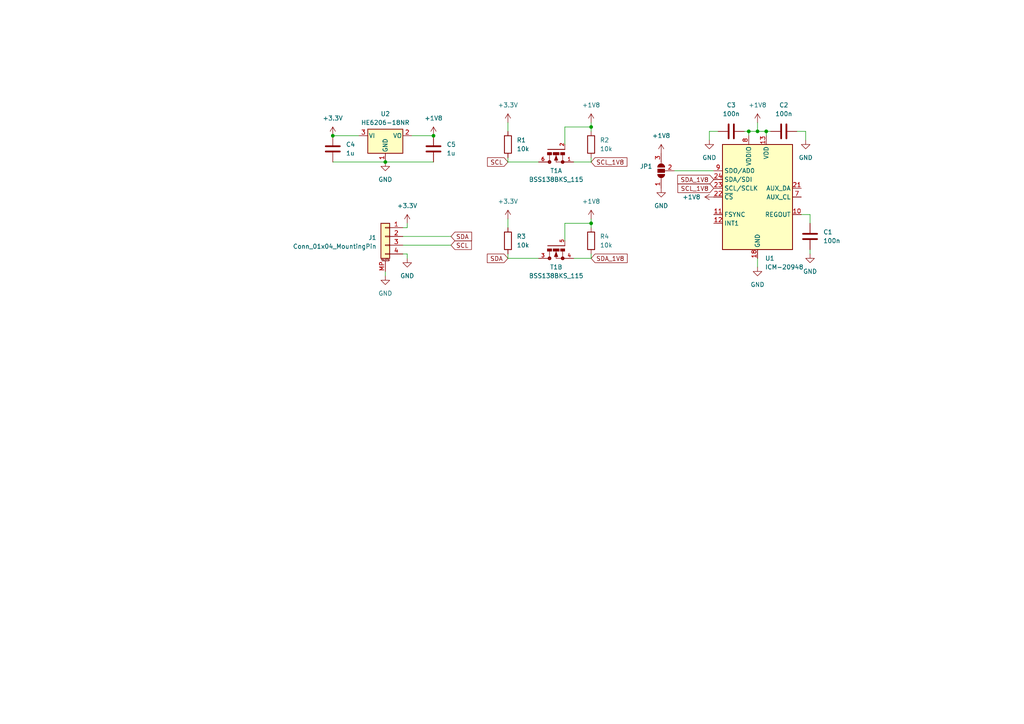
<source format=kicad_sch>
(kicad_sch (version 20230121) (generator eeschema)
  (paper "A4")
  (lib_symbols
    (symbol "BSS138BKS_115:BSS138BKS_115" (pin_names (offset 1.016))
      (property "Reference" "T" (at 1.2722 0 0))
      (property "Value" "BSS138BKS_115" (at 1.2716 -2.5432 0))
      (symbol "BSS138BKS_115_1_0"
        (rectangle (start -2.7984 -0.8904) (end -2.032 0.889) (stroke (width 0.1)) (fill (type outline)))
        (rectangle (start -2.7973 1.2715) (end -2.032 2.54) (stroke (width 0.1)) (fill (type outline)))
        (rectangle (start -2.7948 -2.5407) (end -2.032 -1.27) (stroke (width 0.1)) (fill (type outline)))
        (circle (center 0 -1.905) (radius 0.127) (stroke (width 0.4064)))
        (polyline (pts (xy -3.6576 -2.54) (xy -5.08 -2.54)) (stroke (width 0.1524)))
        (polyline (pts (xy -3.6576 2.413) (xy -3.6576 -2.54)) (stroke (width 0.254)))
        (polyline (pts (xy -2.032 -1.905) (xy 0 -1.905)) (stroke (width 0.1524)))
        (polyline (pts (xy -1.778 0) (xy -0.508 -0.508)) (stroke (width 0.1524)))
        (polyline (pts (xy -1.524 0) (xy -0.635 -0.254)) (stroke (width 0.3048)))
        (polyline (pts (xy -1.397 0) (xy -2.286 0)) (stroke (width 0.1524)))
        (polyline (pts (xy -0.635 -0.254) (xy -0.635 0)) (stroke (width 0.3048)))
        (polyline (pts (xy -0.635 0) (xy -0.889 0)) (stroke (width 0.3048)))
        (polyline (pts (xy -0.635 0) (xy 0 0)) (stroke (width 0.1524)))
        (polyline (pts (xy -0.635 0.254) (xy -1.524 0)) (stroke (width 0.3048)))
        (polyline (pts (xy -0.508 -0.508) (xy -0.508 0.508)) (stroke (width 0.1524)))
        (polyline (pts (xy -0.508 0.508) (xy -1.778 0)) (stroke (width 0.1524)))
        (polyline (pts (xy 0 -1.905) (xy 0 -2.54)) (stroke (width 0.1524)))
        (polyline (pts (xy 0 0) (xy 0 -1.905)) (stroke (width 0.1524)))
        (polyline (pts (xy 0 1.905) (xy -2.0066 1.905)) (stroke (width 0.1524)))
        (polyline (pts (xy 0 2.54) (xy 0 1.905)) (stroke (width 0.1524)))
        (circle (center 0 1.905) (radius 0.127) (stroke (width 0.4064)))
        (pin passive line (at 0 -5.08 90) (length 2.54) (name "~") (number "1"))
        (pin passive line (at -5.08 -2.54 0) (length 0) (name "~") (number "2"))
        (pin passive line (at 0 5.08 270) (length 2.54) (name "~") (number "6"))
      )
      (symbol "BSS138BKS_115_2_0"
        (rectangle (start -2.7984 -0.8904) (end -2.032 0.889) (stroke (width 0.1)) (fill (type outline)))
        (rectangle (start -2.7973 1.2715) (end -2.032 2.54) (stroke (width 0.1)) (fill (type outline)))
        (rectangle (start -2.7948 -2.5407) (end -2.032 -1.27) (stroke (width 0.1)) (fill (type outline)))
        (circle (center 0 -1.905) (radius 0.127) (stroke (width 0.4064)))
        (polyline (pts (xy -3.6576 -2.54) (xy -5.08 -2.54)) (stroke (width 0.1524)))
        (polyline (pts (xy -3.6576 2.413) (xy -3.6576 -2.54)) (stroke (width 0.254)))
        (polyline (pts (xy -2.032 -1.905) (xy 0 -1.905)) (stroke (width 0.1524)))
        (polyline (pts (xy -1.778 0) (xy -0.508 -0.508)) (stroke (width 0.1524)))
        (polyline (pts (xy -1.524 0) (xy -0.635 -0.254)) (stroke (width 0.3048)))
        (polyline (pts (xy -1.397 0) (xy -2.286 0)) (stroke (width 0.1524)))
        (polyline (pts (xy -0.635 -0.254) (xy -0.635 0)) (stroke (width 0.3048)))
        (polyline (pts (xy -0.635 0) (xy -0.889 0)) (stroke (width 0.3048)))
        (polyline (pts (xy -0.635 0) (xy 0 0)) (stroke (width 0.1524)))
        (polyline (pts (xy -0.635 0.254) (xy -1.524 0)) (stroke (width 0.3048)))
        (polyline (pts (xy -0.508 -0.508) (xy -0.508 0.508)) (stroke (width 0.1524)))
        (polyline (pts (xy -0.508 0.508) (xy -1.778 0)) (stroke (width 0.1524)))
        (polyline (pts (xy 0 -1.905) (xy 0 -2.54)) (stroke (width 0.1524)))
        (polyline (pts (xy 0 0) (xy 0 -1.905)) (stroke (width 0.1524)))
        (polyline (pts (xy 0 1.905) (xy -2.0066 1.905)) (stroke (width 0.1524)))
        (polyline (pts (xy 0 2.54) (xy 0 1.905)) (stroke (width 0.1524)))
        (circle (center 0 1.905) (radius 0.127) (stroke (width 0.4064)))
        (pin passive line (at 0 5.08 270) (length 2.54) (name "~") (number "3"))
        (pin passive line (at 0 -5.08 90) (length 2.54) (name "~") (number "4"))
        (pin passive line (at -5.08 -2.54 0) (length 0) (name "~") (number "5"))
      )
    )
    (symbol "Connector_Generic_MountingPin:Conn_01x04_MountingPin" (pin_names (offset 1.016) hide)
      (property "Reference" "J" (at 0 5.08 0))
      (property "Value" "Conn_01x04_MountingPin" (at 1.27 -7.62 0))
      (symbol "Conn_01x04_MountingPin_1_1"
        (rectangle (start -1.27 -4.953) (end 0 -5.207) (stroke (width 0.1524)))
        (rectangle (start -1.27 -2.413) (end 0 -2.667) (stroke (width 0.1524)))
        (rectangle (start -1.27 0.127) (end 0 -0.127) (stroke (width 0.1524)))
        (rectangle (start -1.27 2.667) (end 0 2.413) (stroke (width 0.1524)))
        (rectangle (start -1.27 3.81) (end 1.27 -6.35) (stroke (width 0.254)) (fill (type background)))
        (polyline (pts (xy -1.016 -7.112) (xy 1.016 -7.112)) (stroke (width 0.1524)))
        (text "Mounting" (at 0 -6.731 0) (effects (font (size 0.381 0.381))))
        (pin passive line (at -5.08 2.54 0) (length 3.81) (name "Pin_1") (number "1"))
        (pin passive line (at -5.08 0 0) (length 3.81) (name "Pin_2") (number "2"))
        (pin passive line (at -5.08 -2.54 0) (length 3.81) (name "Pin_3") (number "3"))
        (pin passive line (at -5.08 -5.08 0) (length 3.81) (name "Pin_4") (number "4"))
        (pin passive line (at 0 -10.16 90) (length 3.048) (name "MountPin") (number "MP"))
      )
    )
    (symbol "Device:C" (pin_numbers hide) (pin_names (offset 0.254))
      (property "Reference" "C" (at 0.635 2.54 0))
      (property "Value" "C" (at 0.635 -2.54 0))
      (symbol "C_0_1"
        (polyline (pts (xy -2.032 -0.762) (xy 2.032 -0.762)) (stroke (width 0.508)))
        (polyline (pts (xy -2.032 0.762) (xy 2.032 0.762)) (stroke (width 0.508)))
      )
      (symbol "C_1_1"
        (pin passive line (at 0 3.81 270) (length 2.794) (name "~") (number "1"))
        (pin passive line (at 0 -3.81 90) (length 2.794) (name "~") (number "2"))
      )
    )
    (symbol "Device:R" (pin_numbers hide) (pin_names (offset 0))
      (property "Reference" "R" (at 2.032 0 90))
      (property "Value" "R" (at 0 0 90))
      (symbol "R_0_1"
        (rectangle (start -1.016 -2.54) (end 1.016 2.54) (stroke (width 0.254)))
      )
      (symbol "R_1_1"
        (pin passive line (at 0 3.81 270) (length 1.27) (name "~") (number "1"))
        (pin passive line (at 0 -3.81 90) (length 1.27) (name "~") (number "2"))
      )
    )
    (symbol "Jumper:SolderJumper_3_Open" (pin_names (offset 0) hide)
      (property "Reference" "JP" (at -2.54 -2.54 0))
      (property "Value" "SolderJumper_3_Open" (at 0 2.794 0))
      (symbol "SolderJumper_3_Open_0_1"
        (arc (start -1.016 1.016) (mid -2.0276 0) (end -1.016 -1.016))
        (arc (start -1.016 1.016) (mid -2.0276 0) (end -1.016 -1.016) (fill (type outline)))
        (rectangle (start -0.508 1.016) (end 0.508 -1.016) (fill (type outline)))
        (polyline (pts (xy -2.54 0) (xy -2.032 0)))
        (polyline (pts (xy -1.016 1.016) (xy -1.016 -1.016)))
        (polyline (pts (xy 0 -1.27) (xy 0 -1.016)))
        (polyline (pts (xy 1.016 1.016) (xy 1.016 -1.016)))
        (polyline (pts (xy 2.54 0) (xy 2.032 0)))
        (arc (start 1.016 -1.016) (mid 2.0276 0) (end 1.016 1.016))
        (arc (start 1.016 -1.016) (mid 2.0276 0) (end 1.016 1.016) (fill (type outline)))
      )
      (symbol "SolderJumper_3_Open_1_1"
        (pin passive line (at -5.08 0 0) (length 2.54) (name "A") (number "1"))
        (pin passive line (at 0 -3.81 90) (length 2.54) (name "C") (number "2"))
        (pin passive line (at 5.08 0 180) (length 2.54) (name "B") (number "3"))
      )
    )
    (symbol "Regulator_Linear:XC6206PxxxMR" (pin_names (offset 0.254))
      (property "Reference" "U" (at -3.81 3.175 0))
      (property "Value" "XC6206PxxxMR" (at 0 3.175 0))
      (symbol "XC6206PxxxMR_0_1"
        (rectangle (start -5.08 1.905) (end 5.08 -5.08) (stroke (width 0.254)) (fill (type background)))
      )
      (symbol "XC6206PxxxMR_1_1"
        (pin power_in line (at 0 -7.62 90) (length 2.54) (name "GND") (number "1"))
        (pin power_out line (at 7.62 0 180) (length 2.54) (name "VO") (number "2"))
        (pin power_in line (at -7.62 0 0) (length 2.54) (name "VI") (number "3"))
      )
    )
    (symbol "Sensor_Motion:ICM-20948"
      (property "Reference" "U" (at -11.43 16.51 0))
      (property "Value" "ICM-20948" (at 7.62 -16.51 0))
      (symbol "ICM-20948_0_1"
        (rectangle (start -10.16 15.24) (end 10.16 -15.24) (stroke (width 0.254)) (fill (type background)))
      )
      (symbol "ICM-20948_1_1"
        (pin no_connect line (at -10.16 12.7 0) (length 2.54) hide (name "NC") (number "1"))
        (pin passive line (at 12.7 -5.08 180) (length 2.54) (name "REGOUT") (number "10"))
        (pin input line (at -12.7 -5.08 0) (length 2.54) (name "FSYNC") (number "11"))
        (pin output line (at -12.7 -7.62 0) (length 2.54) (name "INT1") (number "12"))
        (pin power_in line (at 2.54 17.78 270) (length 2.54) (name "VDD") (number "13"))
        (pin no_connect line (at 10.16 7.62 180) (length 2.54) hide (name "NC") (number "14"))
        (pin no_connect line (at 10.16 5.08 180) (length 2.54) hide (name "NC") (number "15"))
        (pin no_connect line (at 10.16 -7.62 180) (length 2.54) hide (name "NC") (number "16"))
        (pin no_connect line (at 10.16 -10.16 180) (length 2.54) hide (name "NC") (number "17"))
        (pin power_in line (at 0 -17.78 90) (length 2.54) (name "GND") (number "18"))
        (pin no_connect line (at 10.16 -12.7 180) (length 2.54) hide (name "RESV") (number "19"))
        (pin no_connect line (at -10.16 10.16 0) (length 2.54) hide (name "NC") (number "2"))
        (pin passive line (at 0 -17.78 90) (length 2.54) hide (name "GND") (number "20"))
        (pin bidirectional line (at 12.7 2.54 180) (length 2.54) (name "AUX_DA") (number "21"))
        (pin input line (at -12.7 0 0) (length 2.54) (name "~{CS}") (number "22"))
        (pin input line (at -12.7 2.54 0) (length 2.54) (name "SCL/SCLK") (number "23"))
        (pin bidirectional line (at -12.7 5.08 0) (length 2.54) (name "SDA/SDI") (number "24"))
        (pin no_connect line (at -10.16 -2.54 0) (length 2.54) hide (name "NC") (number "3"))
        (pin no_connect line (at -10.16 -10.16 0) (length 2.54) hide (name "NC") (number "4"))
        (pin no_connect line (at -10.16 -12.7 0) (length 2.54) hide (name "NC") (number "5"))
        (pin no_connect line (at 10.16 10.16 180) (length 2.54) hide (name "NC") (number "6"))
        (pin output line (at 12.7 0 180) (length 2.54) (name "AUX_CL") (number "7"))
        (pin power_in line (at -2.54 17.78 270) (length 2.54) (name "VDDIO") (number "8"))
        (pin bidirectional line (at -12.7 7.62 0) (length 2.54) (name "SDO/AD0") (number "9"))
      )
    )
    (symbol "power:+1V8" (power) (pin_names (offset 0))
      (property "Value" "+1V8" (at 0 3.556 0))
      (symbol "+1V8_0_1"
        (polyline (pts (xy -0.762 1.27) (xy 0 2.54)))
        (polyline (pts (xy 0 0) (xy 0 2.54)))
        (polyline (pts (xy 0 2.54) (xy 0.762 1.27)))
      )
      (symbol "+1V8_1_1"
        (pin power_in line (at 0 0 90) (length 0) hide (name "+1V8") (number "1"))
      )
    )
    (symbol "power:+3.3V" (power) (pin_names (offset 0))
      (property "Value" "+3.3V" (at 0 3.556 0))
      (symbol "+3.3V_0_1"
        (polyline (pts (xy -0.762 1.27) (xy 0 2.54)))
        (polyline (pts (xy 0 0) (xy 0 2.54)))
        (polyline (pts (xy 0 2.54) (xy 0.762 1.27)))
      )
      (symbol "+3.3V_1_1"
        (pin power_in line (at 0 0 90) (length 0) hide (name "+3.3V") (number "1"))
      )
    )
    (symbol "power:GND" (power) (pin_names (offset 0))
      (property "Value" "GND" (at 0 -3.81 0))
      (symbol "GND_0_1"
        (polyline (pts (xy 0 0) (xy 0 -1.27) (xy 1.27 -1.27) (xy 0 -2.54) (xy -1.27 -1.27) (xy 0 -1.27)))
      )
      (symbol "GND_1_1"
        (pin power_in line (at 0 0 270) (length 0) hide (name "GND") (number "1"))
      )
    )
  )
  (junction (at 217.17 38.1))
  (junction (at 222.25 38.1))
  (junction (at 125.73 39.37))
  (junction (at 96.52 39.37))
  (junction (at 171.45 36.83))
  (junction (at 171.45 64.77))
  (junction (at 219.71 38.1))
  (junction (at 111.76 46.99))
  (wire (pts (xy 232.41 62.23) (xy 234.95 62.23)))
  (wire (pts (xy 171.45 45.72) (xy 171.45 46.99)))
  (wire (pts (xy 163.83 41.91) (xy 163.83 36.83)))
  (wire (pts (xy 217.17 38.1) (xy 219.71 38.1)))
  (wire (pts (xy 147.32 73.66) (xy 147.32 74.93)))
  (wire (pts (xy 166.37 74.93) (xy 171.45 74.93)))
  (wire (pts (xy 118.11 73.66) (xy 118.11 74.93)))
  (wire (pts (xy 217.17 38.1) (xy 217.17 39.37)))
  (wire (pts (xy 116.84 68.58) (xy 130.81 68.58)))
  (wire (pts (xy 234.95 72.39) (xy 234.95 73.66)))
  (wire (pts (xy 195.58 49.53) (xy 207.01 49.53)))
  (wire (pts (xy 147.32 46.99) (xy 156.21 46.99)))
  (wire (pts (xy 219.71 38.1) (xy 222.25 38.1)))
  (wire (pts (xy 219.71 74.93) (xy 219.71 77.47)))
  (wire (pts (xy 231.14 38.1) (xy 233.68 38.1)))
  (wire (pts (xy 219.71 35.56) (xy 219.71 38.1)))
  (wire (pts (xy 233.68 38.1) (xy 233.68 40.64)))
  (wire (pts (xy 147.32 74.93) (xy 156.21 74.93)))
  (wire (pts (xy 163.83 36.83) (xy 171.45 36.83)))
  (wire (pts (xy 118.11 66.04) (xy 118.11 64.77)))
  (wire (pts (xy 222.25 38.1) (xy 222.25 39.37)))
  (wire (pts (xy 171.45 64.77) (xy 171.45 66.04)))
  (wire (pts (xy 119.38 39.37) (xy 125.73 39.37)))
  (wire (pts (xy 147.32 35.56) (xy 147.32 38.1)))
  (wire (pts (xy 96.52 39.37) (xy 104.14 39.37)))
  (wire (pts (xy 116.84 73.66) (xy 118.11 73.66)))
  (wire (pts (xy 116.84 66.04) (xy 118.11 66.04)))
  (wire (pts (xy 116.84 71.12) (xy 130.81 71.12)))
  (wire (pts (xy 163.83 64.77) (xy 171.45 64.77)))
  (wire (pts (xy 222.25 38.1) (xy 223.52 38.1)))
  (wire (pts (xy 171.45 63.5) (xy 171.45 64.77)))
  (wire (pts (xy 111.76 46.99) (xy 125.73 46.99)))
  (wire (pts (xy 171.45 73.66) (xy 171.45 74.93)))
  (wire (pts (xy 163.83 69.85) (xy 163.83 64.77)))
  (wire (pts (xy 234.95 62.23) (xy 234.95 64.77)))
  (wire (pts (xy 215.9 38.1) (xy 217.17 38.1)))
  (wire (pts (xy 111.76 78.74) (xy 111.76 80.01)))
  (wire (pts (xy 147.32 45.72) (xy 147.32 46.99)))
  (wire (pts (xy 171.45 35.56) (xy 171.45 36.83)))
  (wire (pts (xy 166.37 46.99) (xy 171.45 46.99)))
  (wire (pts (xy 208.28 38.1) (xy 205.74 38.1)))
  (wire (pts (xy 205.74 38.1) (xy 205.74 40.64)))
  (wire (pts (xy 147.32 63.5) (xy 147.32 66.04)))
  (wire (pts (xy 171.45 36.83) (xy 171.45 38.1)))
  (wire (pts (xy 96.52 46.99) (xy 111.76 46.99)))
  (global_label "SCL_1V8" (shape input) (at 207.01 54.61 180) (property "Intersheetrefs" "${INTERSHEET_REFS}" (effects hide)))
  (global_label "SCL" (shape input) (at 130.81 71.12 0) (property "Intersheetrefs" "${INTERSHEET_REFS}" (effects hide)))
  (global_label "SDA_1V8" (shape input) (at 207.01 52.07 180) (property "Intersheetrefs" "${INTERSHEET_REFS}" (effects hide)))
  (global_label "SDA_1V8" (shape input) (at 171.45 74.93 0) (property "Intersheetrefs" "${INTERSHEET_REFS}" (effects hide)))
  (global_label "SCL_1V8" (shape input) (at 171.45 46.99 0) (property "Intersheetrefs" "${INTERSHEET_REFS}" (effects hide)))
  (global_label "SDA" (shape input) (at 147.32 74.93 180) (property "Intersheetrefs" "${INTERSHEET_REFS}" (effects hide)))
  (global_label "SDA" (shape input) (at 130.81 68.58 0) (property "Intersheetrefs" "${INTERSHEET_REFS}" (effects hide)))
  (global_label "SCL" (shape input) (at 147.32 46.99 180) (property "Intersheetrefs" "${INTERSHEET_REFS}" (effects hide)))
  (symbol (lib_id "Regulator_Linear:XC6206PxxxMR") (at 111.76 39.37 0) (unit 1)
    (property "Reference" "U2" (at 111.76 33.02 0))
    (property "Value" "HE6206-18NR" (at 111.76 35.56 0))
    (property "Footprint" "Package_TO_SOT_SMD:SOT-23-3" (effects hide))
    (property "Datasheet" "https://www.torexsemi.com/file/xc6206/XC6206.pdf" (effects hide))
  )
  (symbol (lib_id "BSS138BKS_115:BSS138BKS_115") (at 161.29 74.93 90) (mirror x) (unit 2)
    (property "Reference" "T1" (at 161.3154 77.47 90))
    (property "Value" "BSS138BKS_115" (at 161.3154 80.01 90))
    (property "Footprint" "footprints:SOT363" (effects hide))
    (property "MF" "Nexperia USA Inc." (effects hide))
    (property "Description" "\nMosfet Array 2 N-Channel (Dual) 60V 320mA 445mW Surface Mount 6-TSSOP\n" (effects hide))
    (property "Package" "None" (effects hide))
    (property "Price" "None" (effects hide))
    (property "SnapEDA_Link" "https://www.snapeda.com/parts/BSS138BKS,115/Nexperia/view-part/?ref=snap" (effects hide))
    (property "MP" "BSS138BKS,115" (effects hide))
    (property "Availability" "In Stock" (effects hide))
    (property "Check_prices" "https://www.snapeda.com/parts/BSS138BKS,115/Nexperia/view-part/?ref=eda" (effects hide))
  )
  (symbol (lib_id "Device:R") (at 171.45 69.85 0) (unit 1)
    (property "Reference" "R4" (at 173.99 68.58 0) (effects (justify left)))
    (property "Value" "10k" (at 173.99 71.12 0) (effects (justify left)))
    (property "Footprint" "Resistor_SMD:R_0201_0603Metric" (effects hide))
  )
  (symbol (lib_id "Device:R") (at 147.32 69.85 0) (unit 1)
    (property "Reference" "R3" (at 149.86 68.58 0) (effects (justify left)))
    (property "Value" "10k" (at 149.86 71.12 0) (effects (justify left)))
    (property "Footprint" "Resistor_SMD:R_0201_0603Metric" (effects hide))
  )
  (symbol (lib_id "power:GND") (at 233.68 40.64 0) (unit 1)
    (property "Reference" "#PWR04" (effects hide))
    (property "Value" "GND" (at 233.68 45.72 0))
  )
  (symbol (lib_id "power:+3.3V") (at 118.11 64.77 0) (unit 1)
    (property "Reference" "#PWR02" (effects hide))
    (property "Value" "+3.3V" (at 118.11 59.69 0))
  )
  (symbol (lib_id "power:GND") (at 219.71 77.47 0) (unit 1)
    (property "Reference" "#PWR09" (effects hide))
    (property "Value" "GND" (at 219.71 82.55 0))
  )
  (symbol (lib_id "power:GND") (at 111.76 46.99 0) (mirror y) (unit 1)
    (property "Reference" "#PWR015" (effects hide))
    (property "Value" "GND" (at 111.76 52.07 0))
  )
  (symbol (lib_id "power:+3.3V") (at 147.32 35.56 0) (unit 1)
    (property "Reference" "#PWR014" (effects hide))
    (property "Value" "+3.3V" (at 147.32 30.48 0))
  )
  (symbol (lib_id "power:+1V8") (at 125.73 39.37 0) (unit 1)
    (property "Reference" "#PWR017" (effects hide))
    (property "Value" "+1V8" (at 125.73 34.29 0))
  )
  (symbol (lib_id "Device:C") (at 212.09 38.1 90) (unit 1)
    (property "Reference" "C3" (at 212.09 30.48 90))
    (property "Value" "100n" (at 212.09 33.02 90))
    (property "Footprint" "Capacitor_SMD:C_0201_0603Metric" (effects hide))
  )
  (symbol (lib_id "Sensor_Motion:ICM-20948") (at 219.71 57.15 0) (unit 1)
    (property "Reference" "U1" (at 221.9041 74.93 0) (effects (justify left)))
    (property "Value" "ICM-20948" (at 221.9041 77.47 0) (effects (justify left)))
    (property "Footprint" "Sensor_Motion:InvenSense_QFN-24_3x3mm_P0.4mm" (effects hide))
    (property "Datasheet" "http://www.invensense.com/wp-content/uploads/2016/06/DS-000189-ICM-20948-v1.3.pdf" (effects hide))
  )
  (symbol (lib_id "Device:R") (at 147.32 41.91 0) (unit 1)
    (property "Reference" "R1" (at 149.86 40.64 0) (effects (justify left)))
    (property "Value" "10k" (at 149.86 43.18 0) (effects (justify left)))
    (property "Footprint" "Resistor_SMD:R_0201_0603Metric" (effects hide))
  )
  (symbol (lib_id "power:+1V8") (at 171.45 35.56 0) (unit 1)
    (property "Reference" "#PWR06" (effects hide))
    (property "Value" "+1V8" (at 171.45 30.48 0))
  )
  (symbol (lib_id "Jumper:SolderJumper_3_Open") (at 191.77 49.53 90) (unit 1)
    (property "Reference" "JP1" (at 189.23 48.26 90) (effects (justify left)))
    (property "Value" "SolderJumper_3_Open" (effects hide))
    (property "Footprint" "footprints:Micro_Solder_Jumper" (effects hide))
  )
  (symbol (lib_id "power:+1V8") (at 191.77 44.45 0) (unit 1)
    (property "Reference" "#PWR08" (effects hide))
    (property "Value" "+1V8" (at 191.77 39.37 0))
  )
  (symbol (lib_id "Connector_Generic_MountingPin:Conn_01x04_MountingPin") (at 111.76 68.58 0) (mirror y) (unit 1)
    (property "Reference" "J1" (at 109.22 68.9356 0) (effects (justify left)))
    (property "Value" "Conn_01x04_MountingPin" (at 109.22 71.4756 0) (effects (justify left)))
    (property "Footprint" "Connector_JST:JST_SH_SM04B-SRSS-TB_1x04-1MP_P1.00mm_Horizontal" (effects hide))
  )
  (symbol (lib_id "power:GND") (at 191.77 54.61 0) (unit 1)
    (property "Reference" "#PWR07" (effects hide))
    (property "Value" "GND" (at 191.77 59.69 0))
  )
  (symbol (lib_id "Device:R") (at 171.45 41.91 0) (unit 1)
    (property "Reference" "R2" (at 173.99 40.64 0) (effects (justify left)))
    (property "Value" "10k" (at 173.99 43.18 0) (effects (justify left)))
    (property "Footprint" "Resistor_SMD:R_0201_0603Metric" (effects hide))
  )
  (symbol (lib_id "Device:C") (at 234.95 68.58 0) (unit 1)
    (property "Reference" "C1" (at 238.76 67.31 0) (effects (justify left)))
    (property "Value" "100n" (at 238.76 69.85 0) (effects (justify left)))
    (property "Footprint" "Capacitor_SMD:C_0201_0603Metric" (effects hide))
  )
  (symbol (lib_id "power:+3.3V") (at 147.32 63.5 0) (unit 1)
    (property "Reference" "#PWR010" (effects hide))
    (property "Value" "+3.3V" (at 147.32 58.42 0))
  )
  (symbol (lib_id "power:+1V8") (at 171.45 63.5 0) (unit 1)
    (property "Reference" "#PWR011" (effects hide))
    (property "Value" "+1V8" (at 171.45 58.42 0))
  )
  (symbol (lib_id "Device:C") (at 96.52 43.18 180) (unit 1)
    (property "Reference" "C4" (at 100.33 41.91 0) (effects (justify right)))
    (property "Value" "1u" (at 100.33 44.45 0) (effects (justify right)))
    (property "Footprint" "Capacitor_SMD:C_0201_0603Metric" (effects hide))
  )
  (symbol (lib_id "power:GND") (at 111.76 80.01 0) (mirror y) (unit 1)
    (property "Reference" "#PWR012" (effects hide))
    (property "Value" "GND" (at 111.76 85.09 0))
  )
  (symbol (lib_id "power:+3.3V") (at 96.52 39.37 0) (unit 1)
    (property "Reference" "#PWR016" (effects hide))
    (property "Value" "+3.3V" (at 96.52 34.29 0))
  )
  (symbol (lib_id "power:GND") (at 234.95 73.66 0) (unit 1)
    (property "Reference" "#PWR03" (effects hide))
    (property "Value" "GND" (at 234.95 78.74 0))
  )
  (symbol (lib_id "Device:C") (at 227.33 38.1 90) (unit 1)
    (property "Reference" "C2" (at 227.33 30.48 90))
    (property "Value" "100n" (at 227.33 33.02 90))
    (property "Footprint" "Capacitor_SMD:C_0201_0603Metric" (effects hide))
  )
  (symbol (lib_id "BSS138BKS_115:BSS138BKS_115") (at 161.29 46.99 90) (mirror x) (unit 1)
    (property "Reference" "T1" (at 161.3154 49.53 90))
    (property "Value" "BSS138BKS_115" (at 161.3154 52.07 90))
    (property "Footprint" "footprints:SOT363" (effects hide))
    (property "MF" "Nexperia USA Inc." (effects hide))
    (property "Description" "\nMosfet Array 2 N-Channel (Dual) 60V 320mA 445mW Surface Mount 6-TSSOP\n" (effects hide))
    (property "Package" "None" (effects hide))
    (property "Price" "None" (effects hide))
    (property "SnapEDA_Link" "https://www.snapeda.com/parts/BSS138BKS,115/Nexperia/view-part/?ref=snap" (effects hide))
    (property "MP" "BSS138BKS,115" (effects hide))
    (property "Availability" "In Stock" (effects hide))
    (property "Check_prices" "https://www.snapeda.com/parts/BSS138BKS,115/Nexperia/view-part/?ref=eda" (effects hide))
  )
  (symbol (lib_id "power:GND") (at 118.11 74.93 0) (mirror y) (unit 1)
    (property "Reference" "#PWR013" (effects hide))
    (property "Value" "GND" (at 118.11 80.01 0))
  )
  (symbol (lib_id "Device:C") (at 125.73 43.18 180) (unit 1)
    (property "Reference" "C5" (at 129.54 41.91 0) (effects (justify right)))
    (property "Value" "1u" (at 129.54 44.45 0) (effects (justify right)))
    (property "Footprint" "Capacitor_SMD:C_0201_0603Metric" (effects hide))
  )
  (symbol (lib_id "power:GND") (at 205.74 40.64 0) (unit 1)
    (property "Reference" "#PWR05" (effects hide))
    (property "Value" "GND" (at 205.74 45.72 0))
  )
  (symbol (lib_id "power:+1V8") (at 207.01 57.15 90) (unit 1)
    (property "Reference" "#PWR018" (effects hide))
    (property "Value" "+1V8" (at 203.2 57.15 90) (effects (justify left)))
  )
  (symbol (lib_id "power:+1V8") (at 219.71 35.56 0) (unit 1)
    (property "Reference" "#PWR01" (effects hide))
    (property "Value" "+1V8" (at 219.71 30.48 0))
  )
)
</source>
